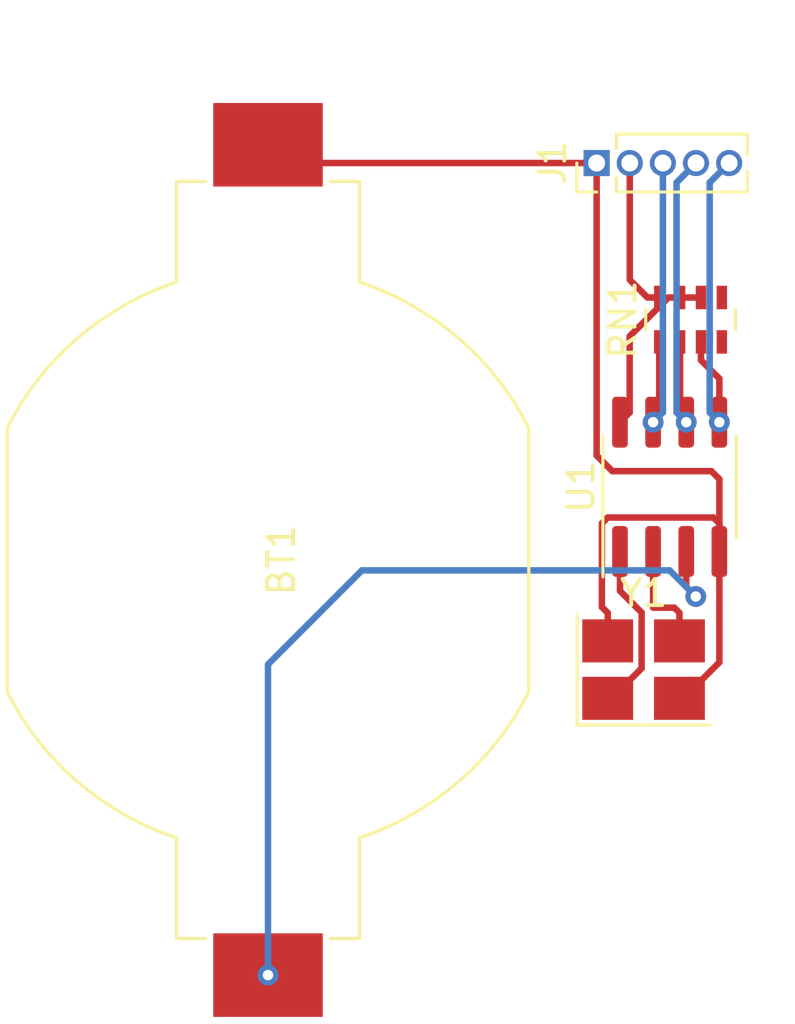
<source format=kicad_pcb>
(kicad_pcb (version 20171130) (host pcbnew 5.1.2-f72e74a~84~ubuntu18.04.1)

  (general
    (thickness 1.6)
    (drawings 0)
    (tracks 65)
    (zones 0)
    (modules 5)
    (nets 9)
  )

  (page User 215.9 139.7)
  (layers
    (0 F.Cu signal)
    (31 B.Cu signal)
    (32 B.Adhes user)
    (33 F.Adhes user)
    (34 B.Paste user)
    (35 F.Paste user)
    (36 B.SilkS user)
    (37 F.SilkS user)
    (38 B.Mask user)
    (39 F.Mask user)
    (40 Dwgs.User user)
    (41 Cmts.User user)
    (42 Eco1.User user)
    (43 Eco2.User user)
    (44 Edge.Cuts user)
    (45 Margin user)
    (46 B.CrtYd user)
    (47 F.CrtYd user)
    (48 B.Fab user)
    (49 F.Fab user)
  )

  (setup
    (last_trace_width 0.25)
    (trace_clearance 0.2)
    (zone_clearance 0.508)
    (zone_45_only no)
    (trace_min 0.2)
    (via_size 0.8)
    (via_drill 0.4)
    (via_min_size 0.4)
    (via_min_drill 0.3)
    (uvia_size 0.3)
    (uvia_drill 0.1)
    (uvias_allowed no)
    (uvia_min_size 0.2)
    (uvia_min_drill 0.1)
    (edge_width 0.05)
    (segment_width 0.2)
    (pcb_text_width 0.3)
    (pcb_text_size 1.5 1.5)
    (mod_edge_width 0.12)
    (mod_text_size 1 1)
    (mod_text_width 0.15)
    (pad_size 1.524 1.524)
    (pad_drill 0.762)
    (pad_to_mask_clearance 0.051)
    (solder_mask_min_width 0.25)
    (aux_axis_origin 0 0)
    (visible_elements FFFFFF7F)
    (pcbplotparams
      (layerselection 0x010fc_ffffffff)
      (usegerberextensions false)
      (usegerberattributes false)
      (usegerberadvancedattributes false)
      (creategerberjobfile false)
      (excludeedgelayer true)
      (linewidth 0.100000)
      (plotframeref false)
      (viasonmask false)
      (mode 1)
      (useauxorigin false)
      (hpglpennumber 1)
      (hpglpenspeed 20)
      (hpglpendiameter 15.000000)
      (psnegative false)
      (psa4output false)
      (plotreference true)
      (plotvalue true)
      (plotinvisibletext false)
      (padsonsilk false)
      (subtractmaskfromsilk false)
      (outputformat 1)
      (mirror false)
      (drillshape 1)
      (scaleselection 1)
      (outputdirectory ""))
  )

  (net 0 "")
  (net 1 GND)
  (net 2 "Net-(BT1-Pad+)")
  (net 3 /SQW)
  (net 4 /SCL)
  (net 5 /SDA)
  (net 6 +5V)
  (net 7 "Net-(U1-Pad1)")
  (net 8 "Net-(U1-Pad2)")

  (net_class Default "This is the default net class."
    (clearance 0.2)
    (trace_width 0.25)
    (via_dia 0.8)
    (via_drill 0.4)
    (uvia_dia 0.3)
    (uvia_drill 0.1)
    (add_net +5V)
    (add_net /SCL)
    (add_net /SDA)
    (add_net /SQW)
    (add_net GND)
    (add_net "Net-(BT1-Pad+)")
    (add_net "Net-(RN1-Pad4)")
    (add_net "Net-(RN1-Pad5)")
    (add_net "Net-(U1-Pad1)")
    (add_net "Net-(U1-Pad2)")
  )

  (module footprint-lib:OSC_3225 (layer F.Cu) (tedit 5D04FE26) (tstamp 5D141707)
    (at 37 38)
    (descr "Miniature Crystal Clock Oscillator Abracon ASE series, http://www.abracon.com/Oscillators/ASEseries.pdf, hand-soldering, 3.2x2.5mm^2 package")
    (tags "SMD SMT crystal oscillator hand-soldering 3225")
    (path /5D144242)
    (attr smd)
    (fp_text reference Y1 (at 0 -2.925) (layer F.SilkS)
      (effects (font (size 1 1) (thickness 0.15)))
    )
    (fp_text value O_8M,3225 (at 0 2.925) (layer F.Fab)
      (effects (font (size 1 1) (thickness 0.15)))
    )
    (fp_text user %R (at 0 0) (layer F.Fab)
      (effects (font (size 0.7 0.7) (thickness 0.105)))
    )
    (fp_line (start -1.5 -1.25) (end 1.5 -1.25) (layer F.Fab) (width 0.1))
    (fp_line (start 1.5 -1.25) (end 1.6 -1.15) (layer F.Fab) (width 0.1))
    (fp_line (start 1.6 -1.15) (end 1.6 1.15) (layer F.Fab) (width 0.1))
    (fp_line (start 1.6 1.15) (end 1.5 1.25) (layer F.Fab) (width 0.1))
    (fp_line (start 1.5 1.25) (end -1.5 1.25) (layer F.Fab) (width 0.1))
    (fp_line (start -1.5 1.25) (end -1.6 1.15) (layer F.Fab) (width 0.1))
    (fp_line (start -1.6 1.15) (end -1.6 -1.15) (layer F.Fab) (width 0.1))
    (fp_line (start -1.6 -1.15) (end -1.5 -1.25) (layer F.Fab) (width 0.1))
    (fp_line (start -1.6 0.25) (end -0.6 1.25) (layer F.Fab) (width 0.1))
    (fp_line (start -2.55 -2.125) (end -2.55 2.125) (layer F.SilkS) (width 0.12))
    (fp_line (start -2.55 2.125) (end 2.55 2.125) (layer F.SilkS) (width 0.12))
    (fp_line (start -2.6 -2.2) (end -2.6 2.2) (layer F.CrtYd) (width 0.05))
    (fp_line (start -2.6 2.2) (end 2.6 2.2) (layer F.CrtYd) (width 0.05))
    (fp_line (start 2.6 2.2) (end 2.6 -2.2) (layer F.CrtYd) (width 0.05))
    (fp_line (start 2.6 -2.2) (end -2.6 -2.2) (layer F.CrtYd) (width 0.05))
    (fp_circle (center 0 0) (end 0.25 0) (layer F.Adhes) (width 0.1))
    (fp_circle (center 0 0) (end 0.208333 0) (layer F.Adhes) (width 0.083333))
    (fp_circle (center 0 0) (end 0.133333 0) (layer F.Adhes) (width 0.083333))
    (fp_circle (center 0 0) (end 0.058333 0) (layer F.Adhes) (width 0.116667))
    (pad 1 smd rect (at -1.375 1.1) (size 1.95 1.65) (layers F.Cu F.Paste F.Mask)
      (net 7 "Net-(U1-Pad1)"))
    (pad 2 smd rect (at 1.375 1.1) (size 1.95 1.65) (layers F.Cu F.Paste F.Mask)
      (net 1 GND))
    (pad 3 smd rect (at 1.375 -1.1) (size 1.95 1.65) (layers F.Cu F.Paste F.Mask)
      (net 8 "Net-(U1-Pad2)"))
    (pad 2 smd rect (at -1.375 -1.1) (size 1.95 1.65) (layers F.Cu F.Paste F.Mask)
      (net 1 GND))
    (model ${KISYS3DMOD}/Oscillator.3dshapes/Oscillator_SMD_Abracon_ASE-4Pin_3.2x2.5mm_HandSoldering.wrl
      (at (xyz 0 0 0))
      (scale (xyz 1 1 1))
      (rotate (xyz 0 0 0))
    )
    (model /home/logic/_workspace/kicad/kicad_library/kicad-packages3d/oscillator/OSC3225.STEP
      (at (xyz 0 0 0))
      (scale (xyz 1 1 1))
      (rotate (xyz 0 0 0))
    )
  )

  (module footprint-lib:DS1307_SOIC8 (layer F.Cu) (tedit 5D13963C) (tstamp 5D1416EB)
    (at 38 31 90)
    (descr "SOIC, 8 Pin (JEDEC MS-012AA, https://www.analog.com/media/en/package-pcb-resources/package/pkg_pdf/soic_narrow-r/r_8.pdf), generated with kicad-footprint-generator ipc_gullwing_generator.py")
    (tags DS1307)
    (path /5D143AB0)
    (attr smd)
    (fp_text reference U1 (at 0 -3.4 90) (layer F.SilkS)
      (effects (font (size 1 1) (thickness 0.15)))
    )
    (fp_text value DS1307_SOIC8 (at 0 3.4 90) (layer F.Fab)
      (effects (font (size 1 1) (thickness 0.15)))
    )
    (fp_line (start 0 2.56) (end 1.95 2.56) (layer F.SilkS) (width 0.12))
    (fp_line (start 0 2.56) (end -1.95 2.56) (layer F.SilkS) (width 0.12))
    (fp_line (start 0 -2.56) (end 1.95 -2.56) (layer F.SilkS) (width 0.12))
    (fp_line (start 0 -2.56) (end -3.45 -2.56) (layer F.SilkS) (width 0.12))
    (fp_line (start -0.975 -2.45) (end 1.95 -2.45) (layer F.Fab) (width 0.1))
    (fp_line (start 1.95 -2.45) (end 1.95 2.45) (layer F.Fab) (width 0.1))
    (fp_line (start 1.95 2.45) (end -1.95 2.45) (layer F.Fab) (width 0.1))
    (fp_line (start -1.95 2.45) (end -1.95 -1.475) (layer F.Fab) (width 0.1))
    (fp_line (start -1.95 -1.475) (end -0.975 -2.45) (layer F.Fab) (width 0.1))
    (fp_line (start -3.7 -2.7) (end -3.7 2.7) (layer F.CrtYd) (width 0.05))
    (fp_line (start -3.7 2.7) (end 3.7 2.7) (layer F.CrtYd) (width 0.05))
    (fp_line (start 3.7 2.7) (end 3.7 -2.7) (layer F.CrtYd) (width 0.05))
    (fp_line (start 3.7 -2.7) (end -3.7 -2.7) (layer F.CrtYd) (width 0.05))
    (fp_text user %R (at 0 0 90) (layer F.Fab)
      (effects (font (size 0.98 0.98) (thickness 0.15)))
    )
    (pad 1 smd roundrect (at -2.475 -1.905 90) (size 1.95 0.6) (layers F.Cu F.Paste F.Mask) (roundrect_rratio 0.25)
      (net 7 "Net-(U1-Pad1)"))
    (pad 2 smd roundrect (at -2.475 -0.635 90) (size 1.95 0.6) (layers F.Cu F.Paste F.Mask) (roundrect_rratio 0.25)
      (net 8 "Net-(U1-Pad2)"))
    (pad 3 smd roundrect (at -2.475 0.635 90) (size 1.95 0.6) (layers F.Cu F.Paste F.Mask) (roundrect_rratio 0.25)
      (net 2 "Net-(BT1-Pad+)"))
    (pad 4 smd roundrect (at -2.475 1.905 90) (size 1.95 0.6) (layers F.Cu F.Paste F.Mask) (roundrect_rratio 0.25)
      (net 1 GND))
    (pad 5 smd roundrect (at 2.475 1.905 90) (size 1.95 0.6) (layers F.Cu F.Paste F.Mask) (roundrect_rratio 0.25)
      (net 5 /SDA))
    (pad 6 smd roundrect (at 2.475 0.635 90) (size 1.95 0.6) (layers F.Cu F.Paste F.Mask) (roundrect_rratio 0.25)
      (net 4 /SCL))
    (pad 7 smd roundrect (at 2.475 -0.635 90) (size 1.95 0.6) (layers F.Cu F.Paste F.Mask) (roundrect_rratio 0.25)
      (net 3 /SQW))
    (pad 8 smd roundrect (at 2.475 -1.905 90) (size 1.95 0.6) (layers F.Cu F.Paste F.Mask) (roundrect_rratio 0.25)
      (net 6 +5V))
    (model ${KISYS3DMOD}/Package_SO.3dshapes/SOIC-8_3.9x4.9mm_P1.27mm.wrl
      (at (xyz 0 0 0))
      (scale (xyz 1 1 1))
      (rotate (xyz 0 0 0))
    )
  )

  (module Resistor_SMD:R_Array_Concave_4x0603 (layer F.Cu) (tedit 58E0A85E) (tstamp 5D1416D1)
    (at 38.8 24.6 90)
    (descr "Thick Film Chip Resistor Array, Wave soldering, Vishay CRA06P (see cra06p.pdf)")
    (tags "resistor array")
    (path /5D147AA2)
    (attr smd)
    (fp_text reference RN1 (at 0 -2.6 90) (layer F.SilkS)
      (effects (font (size 1 1) (thickness 0.15)))
    )
    (fp_text value RN_272,0603 (at 0 2.6 90) (layer F.Fab)
      (effects (font (size 1 1) (thickness 0.15)))
    )
    (fp_line (start 1.55 1.87) (end -1.55 1.87) (layer F.CrtYd) (width 0.05))
    (fp_line (start 1.55 1.87) (end 1.55 -1.88) (layer F.CrtYd) (width 0.05))
    (fp_line (start -1.55 -1.88) (end -1.55 1.87) (layer F.CrtYd) (width 0.05))
    (fp_line (start -1.55 -1.88) (end 1.55 -1.88) (layer F.CrtYd) (width 0.05))
    (fp_line (start 0.4 -1.72) (end -0.4 -1.72) (layer F.SilkS) (width 0.12))
    (fp_line (start 0.4 1.72) (end -0.4 1.72) (layer F.SilkS) (width 0.12))
    (fp_line (start -0.8 1.6) (end -0.8 -1.6) (layer F.Fab) (width 0.1))
    (fp_line (start 0.8 1.6) (end -0.8 1.6) (layer F.Fab) (width 0.1))
    (fp_line (start 0.8 -1.6) (end 0.8 1.6) (layer F.Fab) (width 0.1))
    (fp_line (start -0.8 -1.6) (end 0.8 -1.6) (layer F.Fab) (width 0.1))
    (fp_text user %R (at 0 0) (layer F.Fab)
      (effects (font (size 0.5 0.5) (thickness 0.075)))
    )
    (pad 5 smd rect (at 0.85 1.2 90) (size 0.9 0.4) (layers F.Cu F.Paste F.Mask))
    (pad 6 smd rect (at 0.85 0.4 90) (size 0.9 0.4) (layers F.Cu F.Paste F.Mask)
      (net 6 +5V))
    (pad 7 smd rect (at 0.85 -0.4 90) (size 0.9 0.4) (layers F.Cu F.Paste F.Mask)
      (net 6 +5V))
    (pad 8 smd rect (at 0.85 -1.2 90) (size 0.9 0.4) (layers F.Cu F.Paste F.Mask)
      (net 6 +5V))
    (pad 4 smd rect (at -0.85 1.2 90) (size 0.9 0.4) (layers F.Cu F.Paste F.Mask))
    (pad 1 smd rect (at -0.85 -1.2 90) (size 0.9 0.4) (layers F.Cu F.Paste F.Mask)
      (net 3 /SQW))
    (pad 3 smd rect (at -0.85 0.4 90) (size 0.9 0.4) (layers F.Cu F.Paste F.Mask)
      (net 5 /SDA))
    (pad 2 smd rect (at -0.85 -0.4 90) (size 0.9 0.4) (layers F.Cu F.Paste F.Mask)
      (net 4 /SCL))
    (model ${KISYS3DMOD}/Resistor_SMD.3dshapes/R_Array_Concave_4x0603.wrl
      (at (xyz 0 0 0))
      (scale (xyz 1 1 1))
      (rotate (xyz 0 0 0))
    )
  )

  (module Connector_PinHeader_1.27mm:PinHeader_1x05_P1.27mm_Vertical (layer F.Cu) (tedit 59FED6E3) (tstamp 5D1416BA)
    (at 35.2 18.6 90)
    (descr "Through hole straight pin header, 1x05, 1.27mm pitch, single row")
    (tags "Through hole pin header THT 1x05 1.27mm single row")
    (path /5D14AFB5)
    (fp_text reference J1 (at 0 -1.695 90) (layer F.SilkS)
      (effects (font (size 1 1) (thickness 0.15)))
    )
    (fp_text value DS1307_HEADER (at 0 6.775 90) (layer F.Fab)
      (effects (font (size 1 1) (thickness 0.15)))
    )
    (fp_text user %R (at 0 2.54) (layer F.Fab)
      (effects (font (size 1 1) (thickness 0.15)))
    )
    (fp_line (start 1.55 -1.15) (end -1.55 -1.15) (layer F.CrtYd) (width 0.05))
    (fp_line (start 1.55 6.25) (end 1.55 -1.15) (layer F.CrtYd) (width 0.05))
    (fp_line (start -1.55 6.25) (end 1.55 6.25) (layer F.CrtYd) (width 0.05))
    (fp_line (start -1.55 -1.15) (end -1.55 6.25) (layer F.CrtYd) (width 0.05))
    (fp_line (start -1.11 -0.76) (end 0 -0.76) (layer F.SilkS) (width 0.12))
    (fp_line (start -1.11 0) (end -1.11 -0.76) (layer F.SilkS) (width 0.12))
    (fp_line (start 0.563471 0.76) (end 1.11 0.76) (layer F.SilkS) (width 0.12))
    (fp_line (start -1.11 0.76) (end -0.563471 0.76) (layer F.SilkS) (width 0.12))
    (fp_line (start 1.11 0.76) (end 1.11 5.775) (layer F.SilkS) (width 0.12))
    (fp_line (start -1.11 0.76) (end -1.11 5.775) (layer F.SilkS) (width 0.12))
    (fp_line (start 0.30753 5.775) (end 1.11 5.775) (layer F.SilkS) (width 0.12))
    (fp_line (start -1.11 5.775) (end -0.30753 5.775) (layer F.SilkS) (width 0.12))
    (fp_line (start -1.05 -0.11) (end -0.525 -0.635) (layer F.Fab) (width 0.1))
    (fp_line (start -1.05 5.715) (end -1.05 -0.11) (layer F.Fab) (width 0.1))
    (fp_line (start 1.05 5.715) (end -1.05 5.715) (layer F.Fab) (width 0.1))
    (fp_line (start 1.05 -0.635) (end 1.05 5.715) (layer F.Fab) (width 0.1))
    (fp_line (start -0.525 -0.635) (end 1.05 -0.635) (layer F.Fab) (width 0.1))
    (pad 5 thru_hole oval (at 0 5.08 90) (size 1 1) (drill 0.65) (layers *.Cu *.Mask)
      (net 5 /SDA))
    (pad 4 thru_hole oval (at 0 3.81 90) (size 1 1) (drill 0.65) (layers *.Cu *.Mask)
      (net 4 /SCL))
    (pad 3 thru_hole oval (at 0 2.54 90) (size 1 1) (drill 0.65) (layers *.Cu *.Mask)
      (net 3 /SQW))
    (pad 2 thru_hole oval (at 0 1.27 90) (size 1 1) (drill 0.65) (layers *.Cu *.Mask)
      (net 6 +5V))
    (pad 1 thru_hole rect (at 0 0 90) (size 1 1) (drill 0.65) (layers *.Cu *.Mask)
      (net 1 GND))
    (model ${KISYS3DMOD}/Connector_PinHeader_1.27mm.3dshapes/PinHeader_1x05_P1.27mm_Vertical.wrl
      (at (xyz 0 0 0))
      (scale (xyz 1 1 1))
      (rotate (xyz 0 0 0))
    )
  )

  (module footprint-lib:CR2302_BATTERY (layer F.Cu) (tedit 5D139313) (tstamp 5D14169F)
    (at 22.6 33.8 90)
    (descr CR2302_BATTERY)
    (tags CR2302_BATTERY)
    (path /5D1458EA)
    (attr smd)
    (fp_text reference BT1 (at 0 0.508 90) (layer F.SilkS)
      (effects (font (size 1 1) (thickness 0.15)))
    )
    (fp_text value CR2302_BATTERY (at 0 3.556 90) (layer F.SilkS) hide
      (effects (font (size 1 1) (thickness 0.15)))
    )
    (fp_line (start 17.75 -10.25) (end -17.75 -10.25) (layer Eco1.User) (width 0.05))
    (fp_line (start 17.75 10.25) (end 17.75 -10.25) (layer Eco1.User) (width 0.05))
    (fp_line (start -17.75 10.25) (end 17.75 10.25) (layer Eco1.User) (width 0.05))
    (fp_line (start -17.75 -10.25) (end -17.75 10.25) (layer Eco1.User) (width 0.05))
    (fp_line (start -5 10) (end 5 10) (layer F.SilkS) (width 0.127))
    (fp_line (start -5 -10) (end 5 -10) (layer F.SilkS) (width 0.127))
    (fp_line (start -5.16582 9.93949) (end -5.01254 10) (layer F.SilkS) (width 0.127))
    (fp_line (start -5.49687 9.75781) (end -5.16582 9.93949) (layer F.SilkS) (width 0.127))
    (fp_line (start -5.74082 9.61859) (end -5.49687 9.75781) (layer F.SilkS) (width 0.127))
    (fp_line (start -6.04894 9.43285) (end -5.74082 9.61859) (layer F.SilkS) (width 0.127))
    (fp_line (start -6.37462 9.21088) (end -6.04894 9.43285) (layer F.SilkS) (width 0.127))
    (fp_line (start -6.62771 9.03031) (end -6.37462 9.21088) (layer F.SilkS) (width 0.127))
    (fp_line (start -6.77948 8.91905) (end -6.62771 9.03031) (layer F.SilkS) (width 0.127))
    (fp_line (start -7.00032 8.74607) (end -6.77948 8.91905) (layer F.SilkS) (width 0.127))
    (fp_line (start -7.19322 8.58576) (end -7.00032 8.74607) (layer F.SilkS) (width 0.127))
    (fp_line (start -7.35419 8.44737) (end -7.19322 8.58576) (layer F.SilkS) (width 0.127))
    (fp_line (start -7.55025 8.27348) (end -7.35419 8.44737) (layer F.SilkS) (width 0.127))
    (fp_line (start -7.7744 8.06075) (end -7.55025 8.27348) (layer F.SilkS) (width 0.127))
    (fp_line (start -8.02218 7.82036) (end -7.7744 8.06075) (layer F.SilkS) (width 0.127))
    (fp_line (start -8.51582 7.2774) (end -8.02218 7.82036) (layer F.SilkS) (width 0.127))
    (fp_line (start -8.89707 6.80887) (end -8.51582 7.2774) (layer F.SilkS) (width 0.127))
    (fp_line (start -9.16835 6.43622) (end -8.89707 6.80887) (layer F.SilkS) (width 0.127))
    (fp_line (start -9.52391 5.89166) (end -9.16835 6.43622) (layer F.SilkS) (width 0.127))
    (fp_line (start -9.70048 5.59381) (end -9.52391 5.89166) (layer F.SilkS) (width 0.127))
    (fp_line (start -9.87982 5.28181) (end -9.70048 5.59381) (layer F.SilkS) (width 0.127))
    (fp_line (start -10.0583 4.93713) (end -9.87982 5.28181) (layer F.SilkS) (width 0.127))
    (fp_line (start -10.2424 4.53807) (end -10.0583 4.93713) (layer F.SilkS) (width 0.127))
    (fp_line (start -10.3501 4.28654) (end -10.2424 4.53807) (layer F.SilkS) (width 0.127))
    (fp_line (start -10.4579 4.02435) (end -10.3501 4.28654) (layer F.SilkS) (width 0.127))
    (fp_line (start -10.5809 3.68112) (end -10.4579 4.02435) (layer F.SilkS) (width 0.127))
    (fp_line (start -10.645 3.5) (end -10.5809 3.68112) (layer F.SilkS) (width 0.127))
    (fp_line (start 5.16582 -9.93949) (end 5.01254 -10) (layer F.SilkS) (width 0.127))
    (fp_line (start 5.49687 -9.75781) (end 5.16582 -9.93949) (layer F.SilkS) (width 0.127))
    (fp_line (start 5.74082 -9.61859) (end 5.49687 -9.75781) (layer F.SilkS) (width 0.127))
    (fp_line (start 6.04894 -9.43285) (end 5.74082 -9.61859) (layer F.SilkS) (width 0.127))
    (fp_line (start 6.37462 -9.21088) (end 6.04894 -9.43285) (layer F.SilkS) (width 0.127))
    (fp_line (start 6.62771 -9.03031) (end 6.37462 -9.21088) (layer F.SilkS) (width 0.127))
    (fp_line (start 6.77948 -8.91905) (end 6.62771 -9.03031) (layer F.SilkS) (width 0.127))
    (fp_line (start 7.00032 -8.74607) (end 6.77948 -8.91905) (layer F.SilkS) (width 0.127))
    (fp_line (start 7.19322 -8.58576) (end 7.00032 -8.74607) (layer F.SilkS) (width 0.127))
    (fp_line (start 7.35419 -8.44737) (end 7.19322 -8.58576) (layer F.SilkS) (width 0.127))
    (fp_line (start 7.55025 -8.27348) (end 7.35419 -8.44737) (layer F.SilkS) (width 0.127))
    (fp_line (start 7.7744 -8.06075) (end 7.55025 -8.27348) (layer F.SilkS) (width 0.127))
    (fp_line (start 8.02218 -7.82036) (end 7.7744 -8.06075) (layer F.SilkS) (width 0.127))
    (fp_line (start 8.51582 -7.2774) (end 8.02218 -7.82036) (layer F.SilkS) (width 0.127))
    (fp_line (start 8.89707 -6.80887) (end 8.51582 -7.2774) (layer F.SilkS) (width 0.127))
    (fp_line (start 9.16835 -6.43622) (end 8.89707 -6.80887) (layer F.SilkS) (width 0.127))
    (fp_line (start 9.52391 -5.89166) (end 9.16835 -6.43622) (layer F.SilkS) (width 0.127))
    (fp_line (start 9.70048 -5.59381) (end 9.52391 -5.89166) (layer F.SilkS) (width 0.127))
    (fp_line (start 9.87982 -5.28181) (end 9.70048 -5.59381) (layer F.SilkS) (width 0.127))
    (fp_line (start 10.0583 -4.93713) (end 9.87982 -5.28181) (layer F.SilkS) (width 0.127))
    (fp_line (start 10.2424 -4.53807) (end 10.0583 -4.93713) (layer F.SilkS) (width 0.127))
    (fp_line (start 10.3501 -4.28654) (end 10.2424 -4.53807) (layer F.SilkS) (width 0.127))
    (fp_line (start 10.4579 -4.02435) (end 10.3501 -4.28654) (layer F.SilkS) (width 0.127))
    (fp_line (start 10.5809 -3.68112) (end 10.4579 -4.02435) (layer F.SilkS) (width 0.127))
    (fp_line (start 10.645 -3.5) (end 10.5809 -3.68112) (layer F.SilkS) (width 0.127))
    (fp_line (start 5.16582 9.93949) (end 5.01254 10) (layer F.SilkS) (width 0.127))
    (fp_line (start 5.49687 9.75781) (end 5.16582 9.93949) (layer F.SilkS) (width 0.127))
    (fp_line (start 5.74082 9.61859) (end 5.49687 9.75781) (layer F.SilkS) (width 0.127))
    (fp_line (start 6.04894 9.43285) (end 5.74082 9.61859) (layer F.SilkS) (width 0.127))
    (fp_line (start 6.37462 9.21088) (end 6.04894 9.43285) (layer F.SilkS) (width 0.127))
    (fp_line (start 6.62771 9.03031) (end 6.37462 9.21088) (layer F.SilkS) (width 0.127))
    (fp_line (start 6.77948 8.91905) (end 6.62771 9.03031) (layer F.SilkS) (width 0.127))
    (fp_line (start 7.00032 8.74607) (end 6.77948 8.91905) (layer F.SilkS) (width 0.127))
    (fp_line (start 7.19322 8.58576) (end 7.00032 8.74607) (layer F.SilkS) (width 0.127))
    (fp_line (start 7.35419 8.44737) (end 7.19322 8.58576) (layer F.SilkS) (width 0.127))
    (fp_line (start 7.55025 8.27348) (end 7.35419 8.44737) (layer F.SilkS) (width 0.127))
    (fp_line (start 7.7744 8.06075) (end 7.55025 8.27348) (layer F.SilkS) (width 0.127))
    (fp_line (start 8.02218 7.82036) (end 7.7744 8.06075) (layer F.SilkS) (width 0.127))
    (fp_line (start 8.51582 7.2774) (end 8.02218 7.82036) (layer F.SilkS) (width 0.127))
    (fp_line (start 8.89707 6.80887) (end 8.51582 7.2774) (layer F.SilkS) (width 0.127))
    (fp_line (start 9.16835 6.43622) (end 8.89707 6.80887) (layer F.SilkS) (width 0.127))
    (fp_line (start 9.52391 5.89166) (end 9.16835 6.43622) (layer F.SilkS) (width 0.127))
    (fp_line (start 9.70048 5.59381) (end 9.52391 5.89166) (layer F.SilkS) (width 0.127))
    (fp_line (start 9.87982 5.28181) (end 9.70048 5.59381) (layer F.SilkS) (width 0.127))
    (fp_line (start 10.0583 4.93713) (end 9.87982 5.28181) (layer F.SilkS) (width 0.127))
    (fp_line (start 10.2424 4.53807) (end 10.0583 4.93713) (layer F.SilkS) (width 0.127))
    (fp_line (start 10.3501 4.28654) (end 10.2424 4.53807) (layer F.SilkS) (width 0.127))
    (fp_line (start 10.4579 4.02435) (end 10.3501 4.28654) (layer F.SilkS) (width 0.127))
    (fp_line (start 10.5809 3.68112) (end 10.4579 4.02435) (layer F.SilkS) (width 0.127))
    (fp_line (start 10.645 3.5) (end 10.5809 3.68112) (layer F.SilkS) (width 0.127))
    (fp_line (start 14.5 -3.5) (end 10.645 -3.5) (layer F.SilkS) (width 0.127))
    (fp_line (start 14.5 -2.4) (end 14.5 -3.5) (layer F.SilkS) (width 0.127))
    (fp_line (start 14.5 3.5) (end 10.645 3.5) (layer F.SilkS) (width 0.127))
    (fp_line (start 14.5 2.4) (end 14.5 3.5) (layer F.SilkS) (width 0.127))
    (fp_line (start -14.5 3.5) (end -10.645 3.5) (layer F.SilkS) (width 0.127))
    (fp_line (start -14.5 2.4) (end -14.5 3.5) (layer F.SilkS) (width 0.127))
    (fp_line (start -5.16582 -9.93949) (end -5.01254 -10) (layer F.SilkS) (width 0.127))
    (fp_line (start -5.49687 -9.75781) (end -5.16582 -9.93949) (layer F.SilkS) (width 0.127))
    (fp_line (start -5.74082 -9.61859) (end -5.49687 -9.75781) (layer F.SilkS) (width 0.127))
    (fp_line (start -6.04894 -9.43285) (end -5.74082 -9.61859) (layer F.SilkS) (width 0.127))
    (fp_line (start -6.37462 -9.21088) (end -6.04894 -9.43285) (layer F.SilkS) (width 0.127))
    (fp_line (start -6.62771 -9.03031) (end -6.37462 -9.21088) (layer F.SilkS) (width 0.127))
    (fp_line (start -6.77948 -8.91905) (end -6.62771 -9.03031) (layer F.SilkS) (width 0.127))
    (fp_line (start -7.00032 -8.74607) (end -6.77948 -8.91905) (layer F.SilkS) (width 0.127))
    (fp_line (start -7.19322 -8.58576) (end -7.00032 -8.74607) (layer F.SilkS) (width 0.127))
    (fp_line (start -7.35419 -8.44737) (end -7.19322 -8.58576) (layer F.SilkS) (width 0.127))
    (fp_line (start -7.55025 -8.27348) (end -7.35419 -8.44737) (layer F.SilkS) (width 0.127))
    (fp_line (start -7.7744 -8.06075) (end -7.55025 -8.27348) (layer F.SilkS) (width 0.127))
    (fp_line (start -8.02218 -7.82036) (end -7.7744 -8.06075) (layer F.SilkS) (width 0.127))
    (fp_line (start -8.51582 -7.2774) (end -8.02218 -7.82036) (layer F.SilkS) (width 0.127))
    (fp_line (start -8.89707 -6.80887) (end -8.51582 -7.2774) (layer F.SilkS) (width 0.127))
    (fp_line (start -9.16835 -6.43622) (end -8.89707 -6.80887) (layer F.SilkS) (width 0.127))
    (fp_line (start -9.52391 -5.89166) (end -9.16835 -6.43622) (layer F.SilkS) (width 0.127))
    (fp_line (start -9.70048 -5.59381) (end -9.52391 -5.89166) (layer F.SilkS) (width 0.127))
    (fp_line (start -9.87982 -5.28181) (end -9.70048 -5.59381) (layer F.SilkS) (width 0.127))
    (fp_line (start -10.0583 -4.93713) (end -9.87982 -5.28181) (layer F.SilkS) (width 0.127))
    (fp_line (start -10.2424 -4.53807) (end -10.0583 -4.93713) (layer F.SilkS) (width 0.127))
    (fp_line (start -10.3501 -4.28654) (end -10.2424 -4.53807) (layer F.SilkS) (width 0.127))
    (fp_line (start -10.4579 -4.02435) (end -10.3501 -4.28654) (layer F.SilkS) (width 0.127))
    (fp_line (start -10.5809 -3.68112) (end -10.4579 -4.02435) (layer F.SilkS) (width 0.127))
    (fp_line (start -10.645 -3.5) (end -10.5809 -3.68112) (layer F.SilkS) (width 0.127))
    (fp_line (start -14.5 -3.5) (end -10.645 -3.5) (layer F.SilkS) (width 0.127))
    (fp_line (start -14.5 -2.4) (end -14.5 -3.5) (layer F.SilkS) (width 0.127))
    (pad - smd rect (at 15.9 0 90) (size 3.2 4.2) (layers F.Cu F.Paste F.Mask)
      (net 1 GND))
    (pad + smd rect (at -15.9 0 90) (size 3.2 4.2) (layers F.Cu F.Paste F.Mask)
      (net 2 "Net-(BT1-Pad+)"))
    (model /home/logic/_workspace/kicad/kicad_library/kicad-packages3d/BU2032SM_HD_GCR2032_Battery_Holder003_cp.step
      (at (xyz 0 0 0))
      (scale (xyz 1 1 1))
      (rotate (xyz 0 0 0))
    )
  )

  (segment (start 23.3 18.6) (end 22.6 17.9) (width 0.25) (layer F.Cu) (net 1))
  (segment (start 35.2 18.6) (end 23.3 18.6) (width 0.25) (layer F.Cu) (net 1))
  (segment (start 35.2 18.6) (end 35.2 29.8) (width 0.25) (layer F.Cu) (net 1))
  (segment (start 35.2 29.8) (end 35.8 30.4) (width 0.25) (layer F.Cu) (net 1))
  (segment (start 35.8 30.4) (end 39.6 30.4) (width 0.25) (layer F.Cu) (net 1))
  (segment (start 39.905 30.705) (end 39.905 33.475) (width 0.25) (layer F.Cu) (net 1))
  (segment (start 39.6 30.4) (end 39.905 30.705) (width 0.25) (layer F.Cu) (net 1))
  (segment (start 35.625 35.825) (end 35.4 35.6) (width 0.25) (layer F.Cu) (net 1))
  (segment (start 35.625 36.9) (end 35.625 35.825) (width 0.25) (layer F.Cu) (net 1))
  (segment (start 35.4 35.6) (end 35.4 32.4) (width 0.25) (layer F.Cu) (net 1))
  (segment (start 39.905 32.4) (end 39.905 33.475) (width 0.25) (layer F.Cu) (net 1))
  (segment (start 39.67999 32.17499) (end 39.905 32.4) (width 0.25) (layer F.Cu) (net 1))
  (segment (start 35.62501 32.17499) (end 39.67999 32.17499) (width 0.25) (layer F.Cu) (net 1))
  (segment (start 35.4 32.4) (end 35.62501 32.17499) (width 0.25) (layer F.Cu) (net 1))
  (segment (start 38.525 39.1) (end 38.375 39.1) (width 0.25) (layer F.Cu) (net 1))
  (segment (start 39.905 37.72) (end 38.525 39.1) (width 0.25) (layer F.Cu) (net 1))
  (segment (start 39.905 33.475) (end 39.905 37.72) (width 0.25) (layer F.Cu) (net 1))
  (via (at 39 35.2) (size 0.8) (drill 0.4) (layers F.Cu B.Cu) (net 2))
  (segment (start 38.635 33.475) (end 38.635 34.835) (width 0.25) (layer F.Cu) (net 2))
  (segment (start 38.635 34.835) (end 39 35.2) (width 0.25) (layer F.Cu) (net 2))
  (segment (start 39 35.2) (end 38 34.2) (width 0.25) (layer B.Cu) (net 2))
  (segment (start 38 34.2) (end 26.2 34.2) (width 0.25) (layer B.Cu) (net 2))
  (via (at 22.6 49.7) (size 0.8) (drill 0.4) (layers F.Cu B.Cu) (net 2))
  (segment (start 26.2 34.2) (end 22.6 37.8) (width 0.25) (layer B.Cu) (net 2))
  (segment (start 22.6 37.8) (end 22.6 49.7) (width 0.25) (layer B.Cu) (net 2))
  (via (at 37.365 28.525) (size 0.8) (drill 0.4) (layers F.Cu B.Cu) (net 3))
  (segment (start 37.6 25.45) (end 37.6 28.29) (width 0.25) (layer F.Cu) (net 3))
  (segment (start 37.6 28.29) (end 37.365 28.525) (width 0.25) (layer F.Cu) (net 3))
  (segment (start 37.74 28.15) (end 37.74 18.6) (width 0.25) (layer B.Cu) (net 3))
  (segment (start 37.365 28.525) (end 37.74 28.15) (width 0.25) (layer B.Cu) (net 3))
  (via (at 38.635 28.525) (size 0.8) (drill 0.4) (layers F.Cu B.Cu) (net 4))
  (segment (start 38.4 25.45) (end 38.4 28.29) (width 0.25) (layer F.Cu) (net 4))
  (segment (start 38.4 28.29) (end 38.635 28.525) (width 0.25) (layer F.Cu) (net 4))
  (segment (start 38.510001 19.099999) (end 39.01 18.6) (width 0.25) (layer B.Cu) (net 4))
  (segment (start 38.26429 19.34571) (end 38.510001 19.099999) (width 0.25) (layer B.Cu) (net 4))
  (segment (start 38.26429 28.15429) (end 38.26429 19.34571) (width 0.25) (layer B.Cu) (net 4))
  (segment (start 38.635 28.525) (end 38.26429 28.15429) (width 0.25) (layer B.Cu) (net 4))
  (segment (start 39.905 27.45) (end 39.905 28.525) (width 0.25) (layer F.Cu) (net 5))
  (via (at 39.905 28.525) (size 0.8) (drill 0.4) (layers F.Cu B.Cu) (net 5))
  (segment (start 39.905 26.855) (end 39.905 27.45) (width 0.25) (layer F.Cu) (net 5))
  (segment (start 39.2 26.15) (end 39.905 26.855) (width 0.25) (layer F.Cu) (net 5))
  (segment (start 39.2 25.45) (end 39.2 26.15) (width 0.25) (layer F.Cu) (net 5))
  (segment (start 39.905 28.525) (end 39.53429 28.15429) (width 0.25) (layer B.Cu) (net 5))
  (segment (start 39.53429 19.34571) (end 40.28 18.6) (width 0.25) (layer B.Cu) (net 5))
  (segment (start 39.53429 25.53429) (end 39.53429 19.34571) (width 0.25) (layer B.Cu) (net 5))
  (segment (start 39.53429 28.15429) (end 39.53429 25.53429) (width 0.25) (layer B.Cu) (net 5))
  (segment (start 39.53429 25.53429) (end 39.53429 25.13429) (width 0.25) (layer B.Cu) (net 5))
  (segment (start 38.75 23.75) (end 39.2 23.75) (width 0.25) (layer F.Cu) (net 6))
  (segment (start 36.46571 28.15429) (end 36.46571 25.23429) (width 0.25) (layer F.Cu) (net 6))
  (segment (start 37.95 23.75) (end 38.75 23.75) (width 0.25) (layer F.Cu) (net 6))
  (segment (start 36.46571 25.23429) (end 37.95 23.75) (width 0.25) (layer F.Cu) (net 6))
  (segment (start 36.095 28.525) (end 36.46571 28.15429) (width 0.25) (layer F.Cu) (net 6))
  (segment (start 37.15 23.75) (end 37.6 23.75) (width 0.25) (layer F.Cu) (net 6))
  (segment (start 36.47 23.07) (end 37.15 23.75) (width 0.25) (layer F.Cu) (net 6))
  (segment (start 36.47 18.6) (end 36.47 23.07) (width 0.25) (layer F.Cu) (net 6))
  (segment (start 36.925001 37.949999) (end 35.775 39.1) (width 0.25) (layer F.Cu) (net 7))
  (segment (start 35.775 39.1) (end 35.625 39.1) (width 0.25) (layer F.Cu) (net 7))
  (segment (start 36.925001 35.814999) (end 36.925001 37.949999) (width 0.25) (layer F.Cu) (net 7))
  (segment (start 36.095 34.984998) (end 36.925001 35.814999) (width 0.25) (layer F.Cu) (net 7))
  (segment (start 36.095 33.475) (end 36.095 34.984998) (width 0.25) (layer F.Cu) (net 7))
  (segment (start 38.375 35.825) (end 38.375 36.9) (width 0.25) (layer F.Cu) (net 8))
  (segment (start 37.375012 35.628599) (end 38.178599 35.628599) (width 0.25) (layer F.Cu) (net 8))
  (segment (start 37.365 35.618587) (end 37.375012 35.628599) (width 0.25) (layer F.Cu) (net 8))
  (segment (start 37.365 33.475) (end 37.365 35.618587) (width 0.25) (layer F.Cu) (net 8))
  (segment (start 38.178599 35.628599) (end 38.375 35.825) (width 0.25) (layer F.Cu) (net 8))

)

</source>
